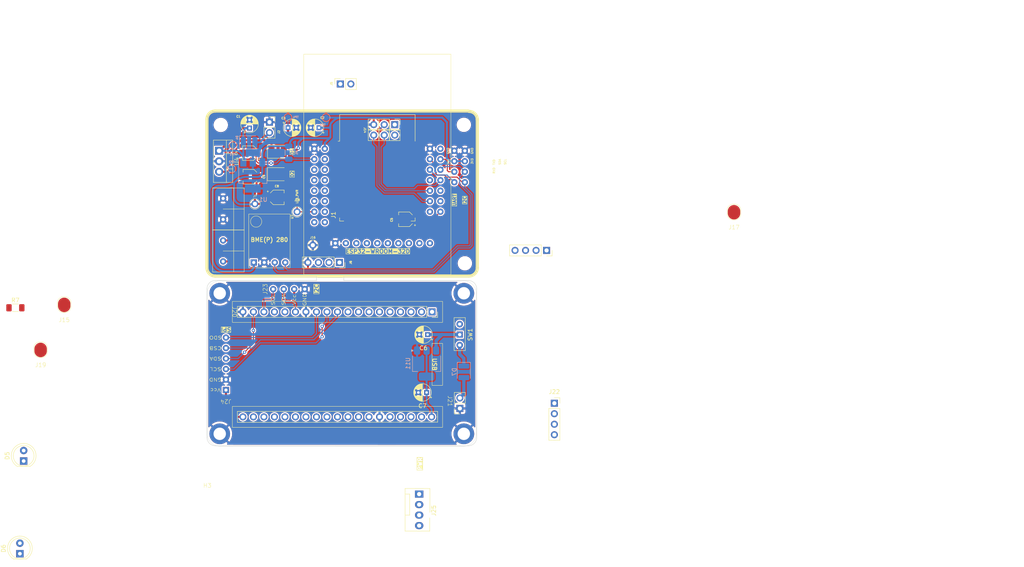
<source format=kicad_pcb>
(kicad_pcb (version 20240108) (generator "pcbnew") (generator_version "8.0")
  (layers (0 "F.Cu" signal) (31 "B.Cu" signal) (34 "B.Paste" user) (35 "F.Paste" user) (36 "B.SilkS" user "B.Silkscreen") (37 "F.SilkS" user "F.Silkscreen") (38 "B.Mask" user) (39 "F.Mask" user) (44 "Edge.Cuts" user))
  (net 0 "")
  (net 1 "GND")
  (net 2 "+3V3")
  (net 3 "+5V")
  (net 4 "/RXD")
  (net 5 "/TXD")
  (net 6 "/SDA")
  (net 7 "/GPIO_33")
  (net 8 "/SCL")
  (net 9 "/OUT3")
  (net 10 "/EN")
  (net 11 "/SOURCE2")
  (net 12 "/SOURCE1")
  (net 13 "/SOURCE3")
  (net 14 "/VDC")
  (net 15 "/DAC1")
  (net 16 "/DAC2")
  (net 17 "/GPIO39")
  (net 18 "/GPIO19")
  (net 19 "/GPIO17")
  (net 20 "/GPIO5")
  (net 21 "/GPIO18")
  (net 22 "/SD_DATA0")
  (net 23 "/ADC2_CH3")
  (net 24 "/SD_DATA3")
  (net 25 "/SD_CMD")
  (net 26 "/SD_CLK")
  (net 27 "/SD_DATA2")
  (net 28 "/SD_DATA1")
  (net 29 "/ADC2_CH0")
  (net 30 "/GPIO23")
  (net 31 "/GPIO36")
  (net 32 "/ADC2_CH2")
  (net 33 "/BOOT")
  (net 34 "/GPIO13")
  (net 35 "/SOURCE4")
  (net 36 "/SOURCE5")
  (net 37 "/SIPO_DATA")
  (net 38 "/SIPO_CLK")
  (net 39 "/SIPO_LATCH")
  (net 40 "/GPIO14")
  (net 41 "/OUT1")
  (net 42 "/VIN")
  (net 43 "Net-(D5-Pad1)")
  (net 44 "Net-(J15-Pin_1)")
  (net 45 "Net-(J19-Pin_1)")
  (net 46 "/OUT2")
  (net 58 "/ESP32-WROOM-32U Node/VIN")
  (net 63 "/ESP32-WROOM-32U Node/VDC")
  (net 74 "/ESP32-WROOM-32U Node/SPI-SDO")
  (net 75 "/ESP32-WROOM-32U Node/TX")
  (net 76 "Net-(D7-A)")
  (net 77 "/ESP32-WROOM-32U Node/SDA-2")
  (net 78 "/ESP32-WROOM-32U Node/SPI-CSB")
  (net 79 "/ESP32-WROOM-32U Node/SPI-SCL")
  (net 80 "/ESP32-WROOM-32U Node/SCL-2")
  (net 81 "/ESP32-WROOM-32U Node/RX")
  (net 82 "/ESP32-WROOM-32U Node/SPI-SDA")
  (net 84 "/ESP32-WROOM-32U Node/12V")
  (footprint "Capacitor_THT:CP_Radial_D4.0mm_P2.00mm" (layer "F.Cu") (at 107 44.2 180)
    (property "Reference" "C2")
    (property "Value" "1uF")
  )
  (footprint "LED_SMD:LED_1210_3225Metric_Pad1.42x2.65mm_HandSolder" (layer "F.Cu") (at 97 55.45)
    (property "Reference" "D2")
    (property "Value" "STATUS")
  )
  (footprint "Alexander Footprint Library:Board_65-40" (layer "F.Cu") (at 80 131.25)
    (property "Reference" "H3")
    (property "Value" "Project_Box_Board_65x40")
    (fp_line (start 0 -13) (end 0 -47) (stroke (width 0.05)) (layer "Edge.Cuts"))
    (fp_line (start 3 -50) (end 62 -50) (stroke (width 0.05)) (layer "Edge.Cuts"))
    (fp_line (start 62 -10) (end 3 -10) (stroke (width 0.05)) (layer "Edge.Cuts"))
    (fp_line (start 65 -47) (end 65 -13) (stroke (width 0.05)) (layer "Edge.Cuts"))
    (fp_arc (start 0 -47) (mid 0.87868 -49.12132) (end 3 -50) (stroke (width 0.05)) (layer "Edge.Cuts"))
    (fp_arc (start 3 -10) (mid 0.87868 -10.87868) (end 0 -13) (stroke (width 0.05)) (layer "Edge.Cuts"))
    (fp_arc (start 62 -50) (mid 64.12132 -49.12132) (end 65 -47) (stroke (width 0.05)) (layer "Edge.Cuts"))
    (fp_arc (start 65 -13) (mid 64.12132 -10.87868) (end 62 -10) (stroke (width 0.05)) (layer "Edge.Cuts"))
  )
  (footprint "Capacitor_SMD:CP_Elec_3x5.3" (layer "F.Cu") (at 90.3 50.35 180)
    (property "Reference" "C4")
    (property "Value" "0.1uF")
  )
  (footprint "Resistor_SMD:R_1206_3216Metric_Pad1.30x1.75mm_HandSolder" (layer "F.Cu") (at 33.612 87.7585)
    (property "Reference" "R7")
    (property "Value" "4K7")
  )
  (footprint "LED_THT:LED_D5.0mm" (layer "F.Cu") (at 34.7 147.25 90)
    (property "Reference" "D6")
    (property "Value" "LED_STATUS")
  )
  (footprint "Connector_PinSocket_2.54mm:PinSocket_1x04_P2.54mm_Vertical" (layer "F.Cu") (at 163.88 110.85)
    (property "Reference" "J22")
    (property "Value" "PWR_SATA_Conn_01x04")
  )
  (footprint "Alexander Footprint Library:Pad_1x01_P2.54_SMD" (layer "F.Cu") (at 39.712 102.098)
    (property "Reference" "J19")
    (property "Value" "LED_PWR")
  )
  (footprint "Alexanddr Footprints Library:ESP32-WROOM-Adapter-Socket-2" (layer "F.Cu") (at 121.1 56.9025)
    (property "Reference" "J1")
    (property "Value" "~")
  )
  (footprint "Alexander Footprint Library:Pad_1x01_P2.54_SMD" (layer "F.Cu") (at 45.412 91.198)
    (property "Reference" "J15")
    (property "Value" "LED_PWR")
  )
  (footprint "MountingHole:MountingHole_3mm" (layer "F.Cu") (at 142 43.5)
    (property "Reference" "H1" (hide yes))
    (property "Value" "MountingHole_Pad")
  )
  (footprint "MountingHole:MountingHole_3mm" (layer "F.Cu") (at 83.25 43.53)
    (property "Reference" "H2" (hide yes))
    (property "Value" "MountingHole_Pad")
  )
  (footprint "Alexander Footprints Library:Conn_Terminal_5mm" (layer "F.Cu") (at 83.82 53.69)
    (property "Reference" "J9" (hide yes))
    (property "Value" "Conn_01x02_Socket")
  )
  (footprint "Alexander Footprint Library:Pad_1x01_P2.54_SMD" (layer "F.Cu") (at 207.3 68.7895)
    (property "Reference" "J17")
    (property "Value" "GND")
  )
  (footprint "Connector:FanPinHeader_1x04_P2.54mm_Vertical" (layer "F.Cu") (at 131.2 132.83 -90)
    (property "Reference" "J25")
    (property "Value" "Conn_01x04_Pin")
  )
  (footprint "Capacitor_SMD:CP_Elec_3x5.3" (layer "F.Cu") (at 90.4 56.05 180)
    (property "Reference" "C9")
    (property "Value" "0.1uF")
  )
  (footprint "Capacitor_THT:CP_Radial_D4.0mm_P2.00mm" (layer "F.Cu") (at 133.25 94.25 180)
    (property "Reference" "C6")
    (property "Value" "1uF")
  )
  (footprint "Alexander Footprint Library:PinSocket_1x01_P2.54" (layer "F.Cu") (at 91.5 65.19)
    (property "Reference" "J7")
    (property "Value" "LED_PWR")
  )
  (footprint "Alexander Footprint Library:Conn_SPI" (layer "F.Cu") (at 84.5 112.74 180)
    (property "Reference" "J24")
    (property "Value" "~")
  )
  (footprint "Connector_PinSocket_2.54mm:PinSocket_1x02_P2.54mm_Vertical" (layer "F.Cu") (at 95.025 42.85)
    (property "Reference" "J2")
    (property "Value" "PWR")
  )
  (footprint "Connector_PinSocket_2.54mm:PinSocket_1x04_P2.54mm_Vertical" (layer "F.Cu") (at 111.94 76.8 -90)
    (property "Reference" "J6")
    (property "Value" "SOURCE")
  )
  (footprint "Connector_PinSocket_2.54mm:PinSocket_1x04_P2.54mm_Vertical" (layer "F.Cu") (at 162 73.875 -90)
    (property "Reference" "J10" (hide yes))
    (property "Value" "ADC")
  )
  (footprint "Capacitor_SMD:CP_Elec_3x5.3" (layer "F.Cu") (at 128 66.35 180)
    (property "Reference" "C5")
    (property "Value" "0.1uF")
  )
  (footprint "Alexander Footprint Library:PinSocket_1x02_P2.54" (layer "F.Cu") (at 142.25 107 180)
    (property "Reference" "J21")
    (property "Value" "PWR")
  )
  (footprint "Capacitor_THT:CP_Radial_D4.0mm_P2.00mm" (layer "F.Cu") (at 99.5 44.2)
    (property "Reference" "C3")
    (property "Value" "1uF")
  )
  (footprint "Alexander Footprint Library:Conn_ESP32_WROOM-DevKit-38pins" (layer "F.Cu") (at 86.06 88.75 -90)
    (property "Reference" "J20")
    (property "Value" "~")
  )
  (footprint "Capacitor_SMD:CP_Elec_3x5.3" (layer "F.Cu") (at 96.8 61.05)
    (property "Reference" "C8")
    (property "Value" "10uF")
  )
  (footprint "Alexander Footprint Library:PinSocket_1x01_P2.54" (layer "F.Cu") (at 101.7 67.12)
    (property "Reference" "J18")
    (property "Value" "LED_PWR")
  )
  (footprint "Alexander Footprint Library:Conn_I2C" (layer "F.Cu") (at 111.16 83.25 -90)
    (property "Reference" "J23")
    (property "Value" "I2C")
  )
  (footprint "Connector_PinSocket_2.54mm:PinSocket_1x02_P2.54mm_Vertical" (layer "F.Cu") (at 112.15 33.625 90)
    (property "Reference" "J5")
    (property "Value" "DAC")
  )
  (footprint "Alexander Footprint Library:CONN_2x3" (layer "F.Cu") (at 130.38 43.45 -90)
    (property "Reference" "J14")
    (property "Value" "GPIO")
  )
  (footprint "Alexander Footprints Library:Conn_UART" (layer "F.Cu") (at 139.7 42.15)
    (property "Reference" "J3" (hide yes))
    (property "Value" "UART")
  )
  (footprint "Alexander Footprint Library:SW_Slide-03_7.3x2.5x2.5_P2.54mm" (layer "F.Cu") (at 141 94.25 -90)
    (property "Reference" "SW1")
    (property "Value" "SW_SPDT")
  )
  (footprint "Alexander Footprint Library:PinSocket_1x01_P2.54" (layer "F.Cu") (at 105.5 75.19)
    (property "Reference" "J16")
    (property "Value" "GND")
  )
  (footprint "Capacitor_THT:CP_Radial_D4.0mm_P2.00mm" (layer "F.Cu") (at 90.2 44.3 90)
    (property "Reference" "C1")
    (property "Value" "1uF")
  )
  (footprint "Alexander Footprint Library:BME280_BMP280_I2C" (layer "F.Cu") (at 90 78.1 90)
    (property "Reference" "U7")
    (property "Value" "BME(P)280")
  )
  (footprint "Capacitor_THT:CP_Radial_D4.0mm_P2.00mm" (layer "F.Cu") (at 133 108.25 180)
    (property "Reference" "C7")
    (property "Value" "1uF")
  )
  (footprint "Alexander Footprint Library:LD1117" (layer "F.Cu") (at 82.855 49.77 -90)
    (property "Reference" "U4")
    (property "Value" "L7805")
  )
  (footprint "Alexander Footprints Library:Conn_I2C" (layer "F.Cu") (at 142.24 42.15)
    (property "Reference" "J4" (hide yes))
    (property "Value" "I2C")
  )
  (footprint "LED_THT:LED_D5.0mm" (layer "F.Cu") (at 35.612 124.8335 90)
    (property "Reference" "D5")
    (property "Value" "LED_PWR")
  )
  (footprint "LED_SMD:LED_1210_3225Metric_Pad1.42x2.65mm_HandSolder" (layer "F.Cu") (at 97 50)
    (property "Reference" "D1")
    (property "Value" "PWR")
  )
  (footprint "MountingHole:MountingHole_3mm" (layer "F.Cu") (at 142.25 77)
    (property "Reference" "H4" (hide yes))
    (property "Value" "MountingHole_Pad")
  )
  (footprint "Alexander Footprints Library:Conn_Terminal_5mm" (layer "F.Cu") (at 83.82 63.85)
    (property "Reference" "J8" (hide yes))
    (property "Value" "Conn_01x02_Socket")
  )
  (footprint "TestPoint:TestPoint_Pad_D1.5mm" (layer "B.Cu") (at 99.5 41.75 180)
    (property "Reference" "TP4")
    (property "Value" "5V")
  )
  (footprint "TestPoint:TestPoint_Pad_D1.5mm" (layer "B.Cu") (at 108.7 41.75 180)
    (property "Reference" "TP3")
    (property "Value" "3V3")
  )
  (footprint "Diode_SMD:D_1210_3225Metric" (layer "B.Cu") (at 142 103.25 -90)
    (property "Reference" "D7")
    (property "Value" "D")
  )
  (footprint "Resistor_SMD:R_1206_3216Metric_Pad1.30x1.75mm_HandSolder" (layer "B.Cu") (at 99.7 50.25 -90)
    (property "Reference" "R1")
    (property "Value" "10K")
  )
  (footprint "Diode_SMD:D_1210_3225Metric" (layer "B.Cu") (at 90.1 47.75)
    (property "Reference" "D4")
    (property "Value" "D")
  )
  (footprint "TestPoint:TestPoint_Pad_D1.5mm" (layer "B.Cu") (at 86.2 48.45 180)
    (property "Reference" "TP1")
    (property "Value" "VIN")
  )
  (footprint "TestPoint:TestPoint_Pad_D1.5mm" (layer "B.Cu") (at 85.9 54.15 180)
    (property "Reference" "TP2")
    (property "Value" "GND")
  )
  (footprint "Package_TO_SOT_SMD:SOT-223-3_TabPin2" (layer "B.Cu") (at 91 55.75 -90)
    (property "Reference" "U1")
    (property "Value" "AMS1117-3V3")
  )
  (footprint "Package_TO_SOT_SMD:SOT-223-3_TabPin2" (layer "B.Cu") (at 133 101.25 -90)
    (property "Reference" "U11")
    (property "Value" "AMS1117-5.0")
  )
  (gr_line (start 145.25 42.11421) (end 145.25 78.085782) (stroke (width 0.75)) (layer "F.SilkS"))
  (gr_line (start 81.914218 40.164218) (end 143.08579 40.164218) (stroke (width 0.75)) (layer "F.SilkS"))
  (gr_arc (start 145.25 78.085782) (mid 144.66422 79.500007) (end 143.25 80.085782) (stroke (width 0.75)) (layer "F.SilkS"))
  (gr_line (start 79.914218 42.11421) (end 79.914218 78.085782) (stroke (width 0.75)) (layer "F.SilkS"))
  (gr_arc (start 81.914218 80.085782) (mid 80.499999 79.500001) (end 79.914218 78.085782) (stroke (width 0.75)) (layer "F.SilkS"))
  (gr_arc (start 143.25 40.25) (mid 144.664214 40.835786) (end 145.25 42.25) (stroke (width 0.75)) (layer "F.SilkS"))
  (gr_arc (start 79.914218 42.164218) (mid 80.499999 40.749999) (end 81.914218 40.164218) (stroke (width 0.75)) (layer "F.SilkS"))
  (gr_line (start 81.914214 80.085782) (end 143.085786 80.085782) (stroke (width 0.75)) (layer "F.SilkS"))
  (gr_line (start 82.014214 80.235786) (end 106.4 80.25) (stroke (width 0.1)) (layer "Edge.Cuts"))
  (gr_line (start 80 42.25) (end 80.014214 78.235786) (stroke (width 0.1)) (layer "Edge.Cuts"))
  (gr_arc (start 79.921321 83.157107) (mid 80.507106 81.742896) (end 81.921321 81.157107) (stroke (width 0.1)) (layer "Edge.Cuts"))
  (gr_line (start 81.921321 121.128679) (end 143.107107 121.142893) (stroke (width 0.1)) (layer "Edge.Cuts"))
  (gr_arc (start 81.921321 121.128679) (mid 80.507101 120.542899) (end 79.921321 119.128679) (stroke (width 0.1)) (layer "Edge.Cuts"))
  (gr_line (start 143.092893 81.157107) (end 113 81.15) (stroke (width 0.1)) (layer "Edge.Cuts"))
  (gr_arc (start 145.107107 119.142893) (mid 144.521321 120.557107) (end 143.107107 121.142893) (stroke (width 0.1)) (layer "Edge.Cuts"))
  (gr_line (start 106.4 81.15) (end 81.921321 81.157107) (stroke (width 0.1)) (layer "Edge.Cuts"))
  (gr_arc (start 143.185786 40.264214) (mid 144.600004 40.849996) (end 145.185786 42.264214) (stroke (width 0.1)) (layer "Edge.Cuts"))
  (gr_line (start 113 80.25) (end 143.185786 80.235786) (stroke (width 0.1)) (layer "Edge.Cuts"))
  (gr_arc (start 82.014214 80.235786) (mid 80.599996 79.650004) (end 80.014214 78.235786) (stroke (width 0.1)) (layer "Edge.Cuts"))
  (gr_line (start 145.185786 42.264214) (end 145.185786 78.235786) (stroke (width 0.1)) (layer "Edge.Cuts"))
  (gr_arc (start 80 42.25) (mid 80.585786 40.835786) (end 82 40.25) (stroke (width 0.1)) (layer "Edge.Cuts"))
  (gr_line (start 145.107107 119.142893) (end 145.092893 83.157107) (stroke (width 0.1)) (layer "Edge.Cuts"))
  (gr_line (start 79.921321 119.128679) (end 79.921321 83.157107) (stroke (width 0.1)) (layer "Edge.Cuts"))
  (gr_line (start 106.4 81.15) (end 106.4 80.25) (stroke (width 0.1)) (layer "Edge.Cuts"))
  (gr_arc (start 145.185786 78.235786) (mid 144.600004 79.650004) (end 143.185786 80.235786) (stroke (width 0.1)) (layer "Edge.Cuts"))
  (gr_arc (start 143.092893 81.157107) (mid 144.507112 81.742888) (end 145.092893 83.157107) (stroke (width 0.1)) (layer "Edge.Cuts"))
  (gr_line (start 113 81.15) (end 113 80.25) (stroke (width 0.1)) (layer "Edge.Cuts"))
  (gr_line (start 143.185786 40.264214) (end 82 40.25) (stroke (width 0.1)) (layer "Edge.Cuts"))
  (gr_text "PWR" (at 132 127.25 90) (layer "F.SilkS" knockout) (effects (font (size 1 1) (thickness 0.25) (bold yes)) (justify left bottom)))
  (segment (start 84.21 66) (end 83.82 66.39) (width 0.5) (layer "F.Cu") (net 1))
  (segment (start 95.5 54.8625) (end 95.5125 54.85) (width 0.25) (layer "F.Cu") (net 1))
  (segment (start 95.5 55.4625) (end 95.5125 55.45) (width 0.25) (layer "F.Cu") (net 1))
  (segment (start 91.5 59.65) (end 91.9 59.25) (width 0.5) (layer "F.Cu") (net 2))
  (segment (start 101.15 50) (end 102 49.15) (width 0.5) (layer "F.Cu") (net 2))
  (segment (start 84.5 107.66) (end 84.5 112.25) (width 0.5) (layer "F.Cu") (net 2))
  (segment (start 87.75 85.75) (end 100 85.75) (width 0.5) (layer "F.Cu") (net 2))
  (segment (start 94.63 62.62) (end 91.5 62.62) (width 0.5) (layer "F.Cu") (net 2))
  (segment (start 101 84.75) (end 101 83.25) (width 0.5) (layer "F.Cu") (net 2))
  (segment (start 88.6 114.15) (end 86.4 114.15) (width 0.5) (layer "F.Cu") (net 2))
  (segment (start 84.5 112.25) (end 85.25 113) (width 0.5) (layer "F.Cu") (net 2))
  (segment (start 91.9 59.25) (end 91.9 56.05) (width 0.5) (layer "F.Cu") (net 2))
  (segment (start 98.4875 50) (end 101.15 50) (width 0.5) (layer "F.Cu") (net 2))
  (segment (start 95.3 61.05) (end 95.3 61.95) (width 0.5) (layer "F.Cu") (net 2))
  (segment (start 95.3 61.95) (end 94.63 62.62) (width 0.5) (layer "F.Cu") (net 2))
  (segment (start 82.25 110) (end 82.25 91.25) (width 0.5) (layer "F.Cu") (net 2))
  (segment (start 91.5 62.62) (end 91.5 59.65) (width 0.5) (layer "F.Cu") (net 2))
  (segment (start 82.25 91.25) (end 87.75 85.75) (width 0.5) (layer "F.Cu") (net 2))
  (segment (start 86.4 114.15) (end 85.25 113) (width 0.5) (layer "F.Cu") (net 2))
  (segment (start 100 85.75) (end 101 84.75) (width 0.5) (layer "F.Cu") (net 2))
  (segment (start 85.25 113) (end 82.25 110) (width 0.5) (layer "F.Cu") (net 2))
  (via (at 102 49.15) (size 0.8) (drill 0.4) (layers "F.Cu" "B.Cu") (net 2))
  (segment (start 96.075 48.7) (end 97.525 48.7) (width 0.5) (layer "B.Cu") (net 2))
  (segment (start 108.4 49.2825) (end 108.4 47.85) (width 0.5) (layer "B.Cu") (net 2))
  (segment (start 109.408578 44.2) (end 107 44.2) (width 0.5) (layer "B.Cu") (net 2))
  (segment (start 109.5 46.75) (end 109.75 46.5) (width 0.5) (layer "B.Cu") (net 2))
  (segment (start 81.3 75.997918) (end 81.3 59.75104) (width 0.5) (layer "B.Cu") (net 2))
  (segment (start 93.3 54.905025) (end 93.3 52.6) (width 0.5) (layer "B.Cu") (net 2))
  (segment (start 100 48.7) (end 100 48.03033) (width 0.5) (layer "B.Cu") (net 2))
  (segment (start 137.9 51.55) (end 138.66 52.31) (width 0.5) (layer "B.Cu") (net 2))
  (segment (start 84.202081 78.9) (end 89.990883 78.9) (width 0.5) (layer "B.Cu") (net 2))
  (segment (start 109.75 45) (end 109.75 44.141421) (width 0.5) (layer "B.Cu") (net 2))
  (segment (start 103 46.75) (end 101.28033 46.75) (width 0.5) (layer "B.Cu") (net 2))
  (segment (start 109.75 43.858578) (end 109.75 44.141421) (width 0.5) (layer "B.Cu") (net 2))
  (segment (start 138.66 52.31) (end 139.7 52.31) (width 0.5) (layer "B.Cu") (net 2))
  (segment (start 139.7 52.31) (end 142.24 52.31) (width 0.5) (layer "B.Cu") (net 2))
  (segment (start 129.1 41.75) (end 136.8 41.75) (width 0.5) (layer "B.Cu") (net 2))
  (segment (start 112.31066 41.75) (end 129.1 41.75) (width 0.5) (layer "B.Cu") (net 2))
  (segment (start 88.207106 62.75) (end 91.5 62.75) (width 0.5) (layer "B.Cu") (net 2))
  (segment (start 86.5 61.042893) (end 86.5 57.5) (width 0.5) (layer "B.Cu") (net 2))
  (segment (start 103 46.75) (end 109.5 46.75) (width 0.5) (layer "B.Cu") (net 2))
  (segment (start 137.9 42.85) (end 137.9 51.55) (width 0.5) (layer "B.Cu") (net 2))
  (segment (start 91.22 77.670883) (end 91.22 76.8) (width 0.5) (layer "B.Cu") (net 2))
  (segment (start 89.455634 56.1) (end 92.105025 56.1) (width 0.5) (layer "B.Cu") (net 2))
  (segment (start 96.075 48.7) (end 95.177817 48.7) (width 0.5) (layer "B.Cu") (net 2))
  (segment (start 136.8 41.75) (end 137.9 42.85) (width 0.5) (layer "B.Cu") (net 2))
  (segment (start 108.4 47.85) (end 109.75 46.5) (width 0.5) (layer "B.Cu") (net 2))
  (segment (start 109.75 46.5) (end 109.75 45) (width 0.5) (layer "B.Cu") (net 2))
  (segment (start 110.015165 42.984834) (end 110.5 42.5) (width 0.5) (layer "B.Cu") (net 2))
  (segment (start 102 47.75) (end 103 46.75) (width 0.5) (layer "B.Cu") (net 2))
  (segment (start 109.75 43.858578) (end 109.75 43.625) (width 0.5) (layer "B.Cu") (net 2))
  (segment (start 93.3 52.6) (end 93.3 50.577817) (width 0.5) (layer "B.Cu") (net 2))
  (segment (start 82.75104 58.3) (end 84.144365 58.3) (width 0.5) (layer "B.Cu") (net 2))
  (segment (start 102 49.15) (end 102 47.75) (width 0.5) (layer "B.Cu") (net 2))
  (segment (start 129.3 41.75) (end 129.1 41.75) (width 0.5) (layer "B.Cu") (net 2))
  (segment (start 108.7 41.75) (end 112.31066 41.75) (width 0.5) (layer "B.Cu") (net 2))
  (segment (start 100 48.7) (end 97.525 48.7) (width 0.5) (layer "B.Cu") (net 2))
  (arc (start 93.3 54.905025) (mid 93.209037 55.362322) (end 92.95 55.75) (width 0.5) (layer "B.Cu") (net 2))
  (arc (start 86.8 57.2) (mid 85.581584 58.014119) (end 84.144365 58.3) (width 0.5) (layer "B.Cu") (net 2))
  (arc (start 89.455634 56.1) (mid 88.018415 56.38588) (end 86.8 57.2) (width 0.5) (layer "B.Cu") (net 2))
  (arc (start 86.5 61.042893) (mid 86.629945 61.696174) (end 87 62.25) (width 0.5) (layer "B.Cu") (net 2))
  (arc (start 82.75104 58.3) (mid 82.195751 58.410453) (end 81.725 58.725) (width 0.5) (layer "B.Cu") (net 2))
  (arc (start 92.95 55.75) (mid 92.562322 56.009037) (end 92.105025 56.1) (width 0.5) (layer "B.Cu") (net 2))
  (arc (start 109.75 43.625) (mid 109.818914 43.278544) (end 110.015165 42.984834) (width 0.5) (layer "B.Cu") (net 2))
  (arc (start 95.177817 48.7) (mid 94.459207 48.84294) (end 93.85 49.25) (width 0.5) (layer "B.Cu") (net 2))
  (arc (start 82.15 78.05) (mid 83.091502 78.679092) (end 84.202081 78.9) (width 0.5) (layer "B.Cu") (net 2))
  (arc (start 109.75 44.141421) (mid 109.713838 44.087301) (end 109.65 44.1) (width 0.5) (layer "B.Cu") (net 2))
  (arc (start 93.85 49.25) (mid 93.44294 49.859207) (end 93.3 50.577817) (width 0.5) (layer "B.Cu") (net 2))
  (arc (start 90.86 78.54) (mid 90.461245 78.806439) (end 89.990883 78.9) (width 0.5) (layer "B.Cu") (net 2))
  (arc (start 109.65 44.1) (mid 109.539234 44.17401) (end 109.408578 44.2) (width 0.5) (layer "B.Cu") (net 2))
  (arc (start 87 62.25) (mid 87.553825 62.620054) (end 88.207106 62.75) (width 0.5) (layer "B.Cu") (net 2))
  (arc (start 81.725 58.725) (mid 81.410453 59.195751) (end 81.3 59.75104) (width 0.5) (layer "B.Cu") (net 2))
  (arc (start 101.28033 46.75) (mid 100.790368 46.847459) (end 100.375 47.125) (width 0.5) (layer "B.Cu") (net 2))
  (arc (start 91.22 77.670883) (mid 91.126439 78.141245) (end 90.86 78.54) (width 0.5) (layer "B.Cu") (net 2))
  (arc (start 110.5 42.5) (mid 111.330737 41.944918) (end 112.31066 41.75) (width 0.5) (layer "B.Cu") (net 2))
  (arc (start 109.65 44.1) (mid 109.72401 43.989234) (end 109.75 43.858578) (width 0.5) (layer "B.Cu") (net 2))
  (arc (start 100.375 47.125) (mid 100.097459 47.540368) (end 100 48.03033) (width 0.5) (layer "B.Cu") (net 2))
  (arc (start 81.3 75.997918) (mid 81.520907 77.108496) (end 82.15 78.05) (width 0.5) (layer "B.Cu") (net 2))
  (segment (start 99.5 45.693413) (end 99.5 44.2) (width 0.5) (layer "F.Cu") (net 3))
  (segment (start 98.6375 46.9625) (end 99.2125 46.3875) (width 0.5) (layer "F.Cu") (net 3))
  (segment (start 88.1 47.25) (end 97.943413 47.25) (width 0.5) (layer "F.Cu") (net 3))
  (segment (start 84.9 54.85) (end 85.4 54.35) (width 0.5) (layer "F.Cu") (net 3))
  (segment (start 85.4 54.35) (end 85.4 49.95) (width 0.5) (layer "F.Cu") (net 3))
  (segment (start 82.855 54.85) (end 84.9 54.85) (width 0.5) (layer "F.Cu") (net 3))
  (segment (start 85.4 49.95) (end 88.1 47.25) (width 0.5) (layer "F.Cu") (net 3))
  (arc (start 97.943413 47.25) (mid 98.31905 47.175281) (end 98.6375 46.9625) (width 0.5) (layer "F.Cu") (net 3))
  (arc (start 99.5 45.693413) (mid 99.425281 46.06905) (end 99.2125 46.3875) (width 0.5) (layer "F.Cu") (net 3))
  (segment (start 133 98.1) (end 133 104.4) (width 0.5) (layer "B.Cu") (net 3))
  (segment (start 133 108.25) (end 133 104.4) (width 0.5) (layer "B.Cu") (net 3))
  (segment (start 133 111) (end 133 108.25) (width 0.5) (layer "B.Cu") (net 3))
  (segment (start 134.21 114.15) (end 134.21 112.21) (width 0.5) (layer "B.Cu") (net 3))
  (segment (start 134.21 112.21) (end 133 111) (width 0.5) (layer "B.Cu") (net 3))
  (segment (start 99.5 42.25) (end 99.5 44.2) (width 0.25) (layer "B.Cu") (net 3))
  (segment (start 139.7 57.35) (end 139.7 57.39) (width 0.25) (layer "F.Cu") (net 4))
  (segment (start 140.3 57.45) (end 139.3 57.45) (width 0.25) (layer "F.Cu") (net 4))
  (segment (start 139.04 57.39) (end 139.7 57.39) (width 0.25) (layer "F.Cu") (net 4))
  (segment (start 137.96 55.65) (end 139.7 57.39) (width 0.25) (layer "B.Cu") (net 4))
  (segment (start 133.8 54.3625) (end 135.0875 55.65) (width 0.25) (layer "B.Cu") (net 4))
  (segment (start 135.0875 55.65) (end 137.96 55.65) (width 0.25) (layer "B.Cu") (net 4))
  (segment (start 138 52.25) (end 137.5725 51.8225) (width 0.25) (layer "F.Cu") (net 5))
  (segment (start 139.7 54.85) (end 138.3 54.85) (width 0.25) (layer "F.Cu") (net 5))
  (segment (start 137.5725 51.8225) (end 136.34 51.8225) (width 0.25) (layer "F.Cu") (net 5))
  (segment (start 138 54.55) (end 138 52.25) (width 0.25) (layer "F.Cu") (net 5))
  (segment (start 138.3 54.85) (end 138 54.55) (width 0.25) (layer "F.Cu") (net 5))
  (segment (start 139.7 54.85) (end 139.5 54.85) (width 0.25) (layer "F.Cu") (net 5))
  (segment (start 142.24 54.85) (end 142.24 55.51) (width 0.25) (layer "F.Cu") (net 6))
  (segment (start 98.84 76.8) (end 98.84 78.09) (width 0.25) (layer "B.Cu") (net 6))
  (segment (start 141 57.95) (end 141 56.09) (width 0.25) (layer "B.Cu") (net 6))
  (segment (start 140.990501 53.600501) (end 142.24 54.85) (width 0.25) (layer "B.Cu") (net 6))
  (segment (start 136.34 54.3625) (end 137.101999 53.600501) (width 0.25) (layer "B.Cu") (net 6))
  (segment (start 143.281802 72.781802) (end 143.55 72.513604) (width 0.25) (layer "B.Cu") (net 6))
  (segment (start 99.4 78.65) (end 130.7 78.65) (width 0.25) (layer "B.Cu") (net 6))
  (segment (start 130.7 78.65) (end 134.55 78.65) (width 0.25) (layer "B.Cu") (net 6))
  (segment (start 143.55 72.513604) (end 143.55 60.5) (width 0.25) (layer "B.Cu") (net 6))
  (segment (start 143.55 60.5) (end 141 57.95) (width 0.25) (layer "B.Cu") (net 6))
  (segment (start 140.418198 72.781802) (end 143.281802 72.781802) (width 0.25) (layer "B.Cu") (net 6))
  (segment (start 98.84 78.09) (end 99.4 78.65) (width 0.25) (layer "B.Cu") (net 6))
  (segment (start 141 56.09) (end 142.24 54.85) (width 0.25) (layer "B.Cu") (net 6))
  (segment (start 137.101999 53.600501) (end 140.990501 53.600501) (width 0.25) (layer "B.Cu") (net 6))
  (segment (start 134.55 78.65) (end 140.418198 72.781802) (width 0.25) (layer "B.Cu") (net 6))
  (segment (start 135.1 55.15) (end 135.6 55.65) (width 0.25) (layer "F.Cu") (net 8))
  (segment (start 133.8 51.8225) (end 135.1 53.1225) (width 0.25) (layer "F.Cu") (net 8))
  (segment (start 141.603604 57.39) (end 142.24 57.39) (width 0.25) (layer "F.Cu") (net 8))
  (segment (start 137.3 55.65) (end 137.8 56.15) (width 0.25) (layer "F.Cu") (net 8))
  (segment (start 135.1 53.1225) (end 135.1 55.15) (width 0.25) (layer "F.Cu") (net 8))
  (segment (start 135.6 55.65) (end 137.3 55.65) (width 0.25) (layer "F.Cu") (net 8))
  (segment (start 140.363604 56.15) (end 141.603604 57.39) (width 0.25) (layer "F.Cu") (net 8))
  (segment (start 137.8 56.15) (end 140.363604 56.15) (width 0.25) (layer "F.Cu") (net 8))
  (segment (start 142.24 58.553604) (end 142.24 57.39) (width 0.25) (layer "B.Cu") (net 8))
  (segment (start 144 72.7) (end 144 60.313604) (width 0.25) (layer "B.Cu") (net 8))
  (segment (start 134.8 79.1) (end 140.6 73.3) (width 0.25) (layer "B.Cu") (net 8))
  (segment (start 140.6 73.3) (end 143.4 73.3) (width 0.25) (layer "B.Cu") (net 8))
  (segment (start 96.3 76.8) (end 96.3 78.45) (width 0.25) (layer "B.Cu") (net 8))
  (segment (start 143.4 73.3) (end 144 72.7) (width 0.25) (layer "B.Cu") (net 8))
  (segment (start 96.3 78.45) (end 96.95 79.1) (width 0.25) (layer "B.Cu") (net 8))
  (segment (start 144 60.313604) (end 142.24 58.553604) (width 0.25) (layer "B.Cu") (net 8))
  (segment (start 96.95 79.1) (end 134.8 79.1) (width 0.25) (layer "B.Cu") (net 8))
  (segment (start 92.3 52.75) (end 91.8 52.25) (width 0.25) (layer "F.Cu") (net 10))
  (segment (start 91.8 52.25) (end 91.8 50.35) (width 0.25) (layer "F.Cu") (net 10))
  (segment (start 95.4 52.75) (end 92.3 52.75) (width 0.25) (layer "F.Cu") (net 10))
  (via (at 95.4 52.75) (size 0.8) (drill 0.4) (layers "F.Cu" "B.Cu") (net 10))
  (segment (start 95.4 52.75) (end 96.7 52.75) (width 0.25) (layer "B.Cu") (net 10))
  (segment (start 101.4 51.8) (end 101.45 51.8) (width 0.25) (layer "B.Cu") (net 10))
  (segment (start 105.86 51.8225) (end 101.4225 51.8225) (width 0.25) (layer "B.Cu") (net 10))
  (segment (start 99.7 51.8) (end 101.4 51.8) (width 0.25) (layer "B.Cu") (net 10))
  (segment (start 97.65 51.8) (end 99.7 51.8) (width 0.25) (layer "B.Cu") (net 10))
  (segment (start 101.4225 51.8225) (end 101.4 51.8) (width 0.25) (layer "B.Cu") (net 10))
  (segment (start 96.7 52.75) (end 97.65 51.8) (width 0.25) (layer "B.Cu") (net 10))
  (segment (start 86.37 71.47) (end 88 73.1) (width 0.5) (layer "F.Cu") (net 11))
  (segment (start 88 73.1) (end 99 73.1) (width 0.5) (layer "F.Cu") (net 11))
  (segment (start 83.82 71.47) (end 86.37 71.47) (width 0.5) (layer "F.Cu") (net 11))
  (segment (start 86.275 76.55) (end 88.075 74.75) (width 0.5) (layer "F.Cu") (net 12))
  (segment (start 83.82 76.55) (end 86.275 76.55) (width 0.5) (layer "F.Cu") (net 12))
  (segment (start 88.075 74.75) (end 99.75 74.75) (width 0.5) (layer "F.Cu") (net 12))
  (segment (start 95.025 45.425) (end 92.7 47.75) (width 0.5) (layer "B.Cu") (net 14))
  (segment (start 92.7 47.75) (end 91.5 47.75) (width 0.5) (layer "B.Cu") (net 14))
  (segment (start 95.025 45.39) (end 95.025 45.425) (width 0.5) (layer "B.Cu") (net 14))
  (segment (start 135.0925 58.15) (end 136.34 56.9025) (width 0.25) (layer "B.Cu") (net 18))
  (segment (start 130.0075 58.9925) (end 130.85 58.15) (width 0.25) (layer "B.Cu") (net 18))
  (segment (start 122.76 48.115) (end 122 48.875) (width 0.25) (layer "B.Cu") (net 18))
  (segment (start 122 48.875) (end 122 57.75) (width 0.25) (layer "B.Cu") (net 18))
  (segment (start 130.85 58.15) (end 135.0925 58.15) (width 0.25) (layer "B.Cu") (net 18))
  (segment (start 123.2425 58.9925) (end 130.0075 58.9925) (width 0.25) (layer "B.Cu") (net 18))
  (segment (start 122.76 45.99) (end 122.76 48.115) (width 0.25) (layer "B.Cu") (net 18))
  (segment (start 122 57.75) (end 123.2425 58.9925) (width 0.25) (layer "B.Cu") (net 18))
  (segment (start 131.9825 61.9825) (end 130 60) (width 0.25) (layer "B.Cu") (net 19))
  (segment (start 121 48.75) (end 120.22 47.97) (width 0.25) (layer "B.Cu") (net 19))
  (segment (start 130 60) (end 122.75 60) (width 0.25) (layer "B.Cu") (net 19))
  (segment (start 122.75 60) (end 121 58.25) (width 0.25) (layer "B.Cu") (net 19))
  (segment (start 121 58.25) (end 121 48.75) (width 0.25) (layer "B.Cu") (net 19))
  (segment (start 120.22 47.97) (end 120.22 45.99) (width 0.25) (layer "B.Cu") (net 19))
  (segment (start 133.8 61.9825) (end 131.9825 61.9825) (width 0.25) (layer "B.Cu") (net 19))
  (segment (start 122.9425 59.4425) (end 121.5 58) (width 0.25) (layer "B.Cu") (net 21))
  (segment (start 121.5 58) (end 121.5 44.71) (width 0.25) (layer "B.Cu") (net 21))
  (segment (start 133.8 59.4425) (end 122.9425 59.4425) (width 0.25) (layer "B.Cu") (net 21))
  (segment (start 121.5 44.71) (end 122.76 43.45) (width 0.25) (layer "B.Cu") (net 21))
  (segment (start 129.5 66.35) (end 134.5125 66.35) (width 0.25) (layer "F.Cu") (net 33))
  (segment (start 134.5125 66.35) (end 136.34 64.5225) (width 0.25) (layer "F.Cu") (net 33))
  (segment (start 101.7 56.05) (end 101.1 55.45) (width 0.25) (layer "F.Cu") (net 40))
  (segment (start 101.7 64.55) (end 105.8325 64.55) (width 0.25) (layer "F.Cu") (net 40))
  (segment (start 105.8325 64.55) (end 105.86 64.5225) (width 0.25) (layer "F.Cu") (net 40))
  (segment (start 101.1 55.45) (end 98.4875 55.45) (width 0.25) (layer "F.Cu") (net 40))
  (segment (start 101.7 64.55) (end 101.7 56.05) (width 0.25) (layer "F.Cu") (net 40))
  (segment (start 82.98 49.77) (end 82.855 49.77) (width 0.5) (layer "F.Cu") (net 42))
  (segment (start 90.2 44.3) (end 88.45 44.3) (width 0.5) (layer "F.Cu") (net 42))
  (segment (start 88.45 44.3) (end 82.98 49.77) (width 0.5) (layer "F.Cu") (net 42))
  (segment (start 88.7 50.546446) (end 88.7 51.253553) (width 0.5) (layer "B.Cu") (net 42))
  (segment (start 88.7 45.153553) (end 88.7 47.4) (width 0.5) (layer "B.Cu") (net 42))
  (segment (start 86.2 49.11) (end 86.2 48.45) (width 0.25) (layer "B.Cu") (net 42))
  (segment (start 88.45 50.65) (end 88.2 50.4) (width 0.5) (layer "B.Cu") (net 42))
  (segment (start 88.7 50.546446) (end 88.7 47.4) (width 0.5) (layer "B.Cu") (net 42))
  (segment (start 88.45 50.65) (end 88.054368 50.254368) (width 0.5) (layer "B.Cu") (net 42))
  (segment (start 89.553553 44.3) (end 90.2 44.3) (width 0.5) (layer "B.Cu") (net 42))
  (segment (start 88.7 51.253553) (end 88.7 52.6) (width 0.5) (layer "B.Cu") (net 42))
  (segment (start 86.86 49.77) (end 85.54 49.77) (width 0.5) (layer "B.Cu") (net 42))
  (segment (start 86.885 49.77) (end 86.86 49.77) (width 0.5) (layer "B.Cu") (net 42))
  (segment (start 85.54 49.77) (end 82.855 49.77) (width 0.5) (layer "B.Cu") (net 42))
  (arc (start 89.553553 44.3) (mid 89.226912 44.364972) (end 88.95 44.55) (width 0.5) (layer "B.Cu") (net 42))
  (arc (start 86.2 49.11) (mid 86.393309 49.57669) (end 86.86 49.77) (width 0.25) (layer "B.Cu") (net 42))
  (arc (start 88.7 51.253553) (mid 88.635027 50.926912) (end 88.45 50.65) (width 0.5) (layer "B.Cu") (net 42))
  (arc (start 88.45 50.65) (mid 88.45 50.65) (end 88.45 50.65) (width 0.5) (layer "B.Cu") (net 42))
  (arc (start 88.45 50.65) (mid 88.609596 50.681745) (end 88.7 50.546446) (width 0.5) (layer "B.Cu") (net 42))
  (arc (start 88.054368 50.254368) (mid 87.517857 49.895883) (end 86.885 49.77) (width 0.5) (layer "B.Cu") (net 42))
  (arc (start 88.95 44.55) (mid 88.764972 44.826912) (end 88.7 45.153553) (width 0.5) (layer "B.Cu") (net 42))
  (segment (start 141 94.25) (end 136.75 94.25) (width 0.8) (layer "B.Cu") (net 58))
  (segment (start 136.75 94.25) (end 133.25 94.25) (width 0.8) (layer "B.Cu") (net 58))
  (segment (start 135.3 98.1) (end 135.3 95.7) (width 0.8) (layer "B.Cu") (net 58))
  (segment (start 135.3 95.7) (end 136.75 94.25) (width 0.8) (layer "B.Cu") (net 58))
  (segment (start 141 99) (end 142 100) (width 0.8) (layer "B.Cu") (net 63))
  (segment (start 142 100) (end 142 101.85) (width 0.8) (layer "B.Cu") (net 63))
  (segment (start 141 96.79) (end 141 99) (width 0.8) (layer "B.Cu") (net 63))
  (segment (start 105.415 94.96) (end 106.38 93.995) (width 0.25) (layer "B.Cu") (net 74))
  (segment (start 106.38 93.995) (end 106.38 88.75) (width 0.25) (layer "B.Cu") (net 74))
  (segment (start 84.5 94.96) (end 105.415 94.96) (width 0.25) (layer "B.Cu") (net 74))
  (segment (start 141.04 109.57) (end 142 108.61) (width 0.8) (layer "B.Cu") (net 76))
  (segment (start 142 108.61) (end 142 104.65) (width 0.8) (layer "B.Cu") (net 76))
  (segment (start 101.3 86.8) (end 100.75 86.25) (width 0.25) (layer "B.Cu") (net 77))
  (segment (start 99 86.25) (end 98.46 85.71) (width 0.25) (layer "B.Cu") (net 77))
  (segment (start 98.46 85.71) (end 98.46 83.25) (width 0.25) (layer "B.Cu") (net 77))
  (segment (start 100.75 86.25) (end 99 86.25) (width 0.25) (layer "B.Cu") (net 77))
  (segment (start 101.3 88.75) (end 101.3 86.8) (width 0.25) (layer "B.Cu") (net 77))
  (segment (start 90.863604 97.5) (end 92.863604 95.5) (width 0.25) (layer "B.Cu") (net 78))
  (segment (start 92.863604 95.5) (end 105.75 95.5) (width 0.25) (layer "B.Cu") (net 78))
  (segment (start 105.75 95.5) (end 111.46 89.79) (width 0.25) (layer "B.Cu") (net 78))
  (segment (start 84.5 97.5) (end 90.863604 97.5) (width 0.25) (layer "B.Cu") (net 78))
  (segment (start 111.46 89.79) (end 111.46 88.75) (width 0.25) (layer "B.Cu") (net 78))
  (segment (start 107.75 92.25) (end 107.75 94.75) (width 0.25) (layer "F.Cu") (net 79))
  (via (at 107.75 92.25) (size 0.8) (drill 0.4) (layers "F.Cu" "B.Cu") (net 79))
  (via (at 107.75 94.75) (size 0.8) (drill 0.4) (layers "F.Cu" "B.Cu") (net 79))
  (segment (start 86.42 102.58) (end 92.75 96.25) (width 0.25) (layer "B.Cu") (net 79))
  (segment (start 106.25 96.25) (end 107.75 94.75) (width 0.25) (layer "B.Cu") (net 79))
  (segment (start 108.92 88.75) (end 108.92 91.08) (width 0.25) (layer "B.Cu") (net 79))
  (segment (start 92.75 96.25) (end 106.25 96.25) (width 0.25) (layer "B.Cu") (net 79))
  (segment (start 84.5 102.58) (end 86.42 102.58) (width 0.25) (layer "B.Cu") (net 79))
  (segment (start 108.92 91.08) (end 107.75 92.25) (width 0.25) (layer "B.Cu") (net 79))
  (segment (start 94 85.75) (end 95.25 85.75) (width 0.25) (layer "B.Cu") (net 80))
  (segment (start 93.68 86.07) (end 94 85.75) (width 0.25) (layer "B.Cu") (net 80))
  (segment (start 95.25 85.75) (end 95.92 85.08) (width 0.25) (layer "B.Cu") (net 80))
  (segment (start 93.68 88.75) (end 93.68 86.07) (width 0.25) (layer "B.Cu") (net 80))
  (segment (start 95.92 85.08) (end 95.92 83.25) (width 0.25) (layer "B.Cu") (net 80))
  (segment (start 91.14 93.25) (end 91.14 96.36) (width 0.25) (layer "F.Cu") (net 82))
  (segment (start 91.14 96.36) (end 89 98.5) (width 0.25) (layer "F.Cu") (net 82))
  (via (at 91.14 93.25) (size 0.8) (drill 0.4) (layers "F.Cu" "B.Cu") (net 82))
  (via (at 89 98.5) (size 0.8) (drill 0.4) (layers "F.Cu" "B.Cu") (net 82))
  (segment (start 87.46 100.04) (end 84.5 100.04) (width 0.25) (layer "B.Cu") (net 82))
  (segment (start 91.14 93.25) (end 91.14 88.75) (width 0.25) (layer "B.Cu") (net 82))
  (segment (start 89 98.5) (end 87.46 100.04) (width 0.25) (layer "B.Cu") (net 82))
  (zone (net 1) (net_name "GND") (layer "F.Cu") (priority 1) (connect_pads (clearance 0)) (min_thickness 0.25) (fill yes (thermal_gap 0.5) (thermal_bridge_width 0.5))
    (polygon (pts (xy 80 40.25) (xy 80.3 80.35) (xy 145.55 80.35) (xy 145.25 40.25)))
  )
  (zone (net 1) (net_name "GND") (layer "F.Cu") (priority 2) (connect_pads (clearance 0)) (min_thickness 0.25) (fill yes (thermal_gap 0.5) (thermal_bridge_width 0.5))
    (polygon (pts (xy 79.8 121.45) (xy 145.7 121.45) (xy 145.2 80.95) (xy 79.5 80.95)))
  )
  (zone (net 1) (net_name "GND") (layer "B.Cu") (connect_pads (clearance 0)) (min_thickness 0.25) (fill yes (thermal_gap 0.5) (thermal_bridge_width 0.5))
    (polygon (pts (xy 80 40.25) (xy 145.2 40.25) (xy 145.4 80.45) (xy 80.2 80.45)))
  )
  (zone (net 1) (net_name "GND") (layer "B.Cu") (priority 3) (connect_pads (clearance 0)) (min_thickness 0.25) (fill yes (thermal_gap 0.5) (thermal_bridge_width 0.5))
    (polygon (pts (xy 145.6 121.45) (xy 145.2 80.95) (xy 79.5 80.95) (xy 79.7 121.45)))
  )
)
</source>
